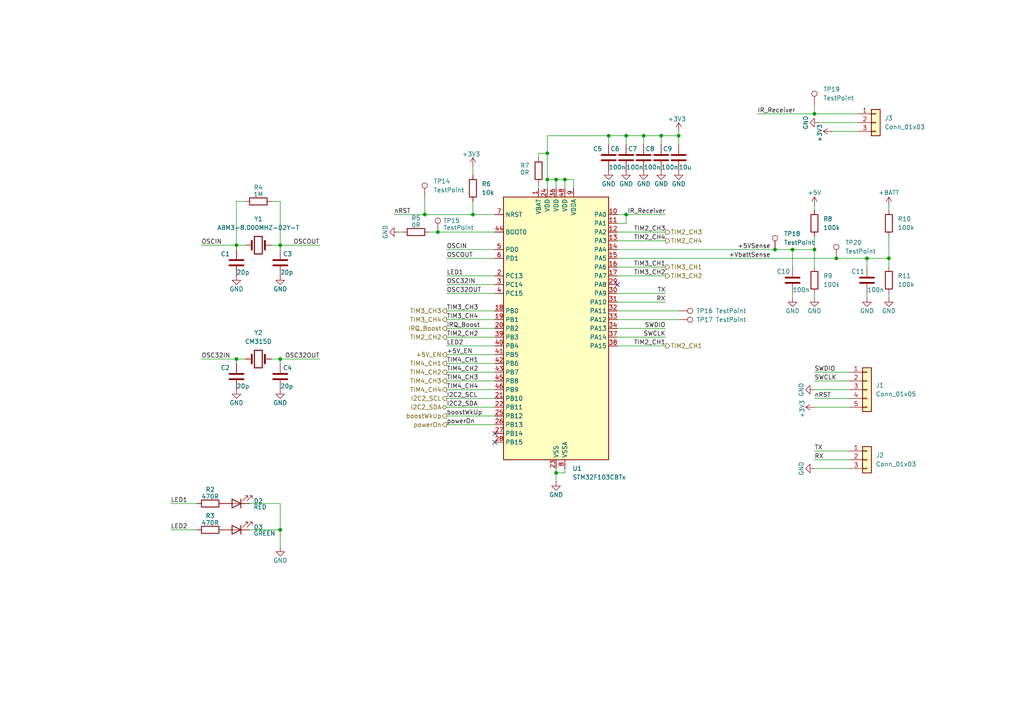
<source format=kicad_sch>
(kicad_sch (version 20231120) (generator "eeschema") (generator_version "8.0")
  (paper "A4")
  (lib_symbols
    (symbol "Connector:TestPoint" (pin_numbers hide) (pin_names (offset 0.762) hide)
      (property "Reference" "TP" (at 0 6.858 0))
      (property "Value" "TestPoint" (at 0 5.08 0))
      (symbol "TestPoint_0_1"
        (circle (center 0 3.302) (radius 0.762))
      )
      (symbol "TestPoint_1_1"
        (pin passive line (at 0 0 90) (length 2.54) (name "1") (number "1"))
      )
    )
    (symbol "Connector_Generic:Conn_01x03" (pin_names (offset 1.016) hide)
      (property "Reference" "J" (at 0 5.08 0))
      (property "Value" "Conn_01x03" (at 0 -5.08 0))
      (symbol "Conn_01x03_1_1"
        (rectangle (start -1.27 -2.413) (end 0 -2.667) (stroke (width 0.1524)))
        (rectangle (start -1.27 0.127) (end 0 -0.127) (stroke (width 0.1524)))
        (rectangle (start -1.27 2.667) (end 0 2.413) (stroke (width 0.1524)))
        (rectangle (start -1.27 3.81) (end 1.27 -3.81) (stroke (width 0.254)) (fill (type background)))
        (pin passive line (at -5.08 2.54 0) (length 3.81) (name "Pin_1") (number "1"))
        (pin passive line (at -5.08 0 0) (length 3.81) (name "Pin_2") (number "2"))
        (pin passive line (at -5.08 -2.54 0) (length 3.81) (name "Pin_3") (number "3"))
      )
    )
    (symbol "Connector_Generic:Conn_01x05" (pin_names (offset 1.016) hide)
      (property "Reference" "J" (at 0 7.62 0))
      (property "Value" "Conn_01x05" (at 0 -7.62 0))
      (symbol "Conn_01x05_1_1"
        (rectangle (start -1.27 -4.953) (end 0 -5.207) (stroke (width 0.1524)))
        (rectangle (start -1.27 -2.413) (end 0 -2.667) (stroke (width 0.1524)))
        (rectangle (start -1.27 0.127) (end 0 -0.127) (stroke (width 0.1524)))
        (rectangle (start -1.27 2.667) (end 0 2.413) (stroke (width 0.1524)))
        (rectangle (start -1.27 5.207) (end 0 4.953) (stroke (width 0.1524)))
        (rectangle (start -1.27 6.35) (end 1.27 -6.35) (stroke (width 0.254)) (fill (type background)))
        (pin passive line (at -5.08 5.08 0) (length 3.81) (name "Pin_1") (number "1"))
        (pin passive line (at -5.08 2.54 0) (length 3.81) (name "Pin_2") (number "2"))
        (pin passive line (at -5.08 0 0) (length 3.81) (name "Pin_3") (number "3"))
        (pin passive line (at -5.08 -2.54 0) (length 3.81) (name "Pin_4") (number "4"))
        (pin passive line (at -5.08 -5.08 0) (length 3.81) (name "Pin_5") (number "5"))
      )
    )
    (symbol "Device:C" (pin_numbers hide) (pin_names (offset 0.254))
      (property "Reference" "C" (at 0.635 2.54 0))
      (property "Value" "C" (at 0.635 -2.54 0))
      (symbol "C_0_1"
        (polyline (pts (xy -2.032 -0.762) (xy 2.032 -0.762)) (stroke (width 0.508)))
        (polyline (pts (xy -2.032 0.762) (xy 2.032 0.762)) (stroke (width 0.508)))
      )
      (symbol "C_1_1"
        (pin passive line (at 0 3.81 270) (length 2.794) (name "~") (number "1"))
        (pin passive line (at 0 -3.81 90) (length 2.794) (name "~") (number "2"))
      )
    )
    (symbol "Device:Crystal" (pin_numbers hide) (pin_names (offset 1.016) hide)
      (property "Reference" "Y" (at 0 3.81 0))
      (property "Value" "Crystal" (at 0 -3.81 0))
      (symbol "Crystal_0_1"
        (rectangle (start -1.143 2.54) (end 1.143 -2.54) (stroke (width 0.3048)))
        (polyline (pts (xy -2.54 0) (xy -1.905 0)))
        (polyline (pts (xy -1.905 -1.27) (xy -1.905 1.27)) (stroke (width 0.508)))
        (polyline (pts (xy 1.905 -1.27) (xy 1.905 1.27)) (stroke (width 0.508)))
        (polyline (pts (xy 2.54 0) (xy 1.905 0)))
      )
      (symbol "Crystal_1_1"
        (pin passive line (at -3.81 0 0) (length 1.27) (name "1") (number "1"))
        (pin passive line (at 3.81 0 180) (length 1.27) (name "2") (number "2"))
      )
    )
    (symbol "Device:LED" (pin_numbers hide) (pin_names (offset 1.016) hide)
      (property "Reference" "D" (at 0 2.54 0))
      (property "Value" "LED" (at 0 -2.54 0))
      (symbol "LED_0_1"
        (polyline (pts (xy -1.27 -1.27) (xy -1.27 1.27)) (stroke (width 0.254)))
        (polyline (pts (xy -1.27 0) (xy 1.27 0)))
        (polyline (pts (xy 1.27 -1.27) (xy 1.27 1.27) (xy -1.27 0) (xy 1.27 -1.27)) (stroke (width 0.254)))
        (polyline (pts (xy -3.048 -0.762) (xy -4.572 -2.286) (xy -3.81 -2.286) (xy -4.572 -2.286) (xy -4.572 -1.524)))
        (polyline (pts (xy -1.778 -0.762) (xy -3.302 -2.286) (xy -2.54 -2.286) (xy -3.302 -2.286) (xy -3.302 -1.524)))
      )
      (symbol "LED_1_1"
        (pin passive line (at -3.81 0 0) (length 2.54) (name "K") (number "1"))
        (pin passive line (at 3.81 0 180) (length 2.54) (name "A") (number "2"))
      )
    )
    (symbol "Device:R" (pin_numbers hide) (pin_names (offset 0))
      (property "Reference" "R" (at 2.032 0 90))
      (property "Value" "R" (at 0 0 90))
      (symbol "R_0_1"
        (rectangle (start -1.016 -2.54) (end 1.016 2.54) (stroke (width 0.254)))
      )
      (symbol "R_1_1"
        (pin passive line (at 0 3.81 270) (length 1.27) (name "~") (number "1"))
        (pin passive line (at 0 -3.81 90) (length 1.27) (name "~") (number "2"))
      )
    )
    (symbol "MCU_ST_STM32F1:STM32F103CBTx"
      (property "Reference" "U" (at -15.24 39.37 0))
      (property "Value" "STM32F103CBTx" (at 7.62 39.37 0))
      (symbol "STM32F103CBTx_0_1"
        (rectangle (start -15.24 -38.1) (end 15.24 38.1) (stroke (width 0.254)) (fill (type background)))
      )
      (symbol "STM32F103CBTx_1_1"
        (pin power_in line (at -5.08 40.64 270) (length 2.54) (name "VBAT") (number "1"))
        (pin bidirectional line (at 17.78 33.02 180) (length 2.54) (name "PA0") (number "10"))
        (pin bidirectional line (at 17.78 30.48 180) (length 2.54) (name "PA1") (number "11"))
        (pin bidirectional line (at 17.78 27.94 180) (length 2.54) (name "PA2") (number "12"))
        (pin bidirectional line (at 17.78 25.4 180) (length 2.54) (name "PA3") (number "13"))
        (pin bidirectional line (at 17.78 22.86 180) (length 2.54) (name "PA4") (number "14"))
        (pin bidirectional line (at 17.78 20.32 180) (length 2.54) (name "PA5") (number "15"))
        (pin bidirectional line (at 17.78 17.78 180) (length 2.54) (name "PA6") (number "16"))
        (pin bidirectional line (at 17.78 15.24 180) (length 2.54) (name "PA7") (number "17"))
        (pin bidirectional line (at -17.78 5.08 0) (length 2.54) (name "PB0") (number "18"))
        (pin bidirectional line (at -17.78 2.54 0) (length 2.54) (name "PB1") (number "19"))
        (pin bidirectional line (at -17.78 15.24 0) (length 2.54) (name "PC13") (number "2"))
        (pin bidirectional line (at -17.78 0 0) (length 2.54) (name "PB2") (number "20"))
        (pin bidirectional line (at -17.78 -20.32 0) (length 2.54) (name "PB10") (number "21"))
        (pin bidirectional line (at -17.78 -22.86 0) (length 2.54) (name "PB11") (number "22"))
        (pin power_in line (at 0 -40.64 90) (length 2.54) (name "VSS") (number "23"))
        (pin power_in line (at -2.54 40.64 270) (length 2.54) (name "VDD") (number "24"))
        (pin bidirectional line (at -17.78 -25.4 0) (length 2.54) (name "PB12") (number "25"))
        (pin bidirectional line (at -17.78 -27.94 0) (length 2.54) (name "PB13") (number "26"))
        (pin bidirectional line (at -17.78 -30.48 0) (length 2.54) (name "PB14") (number "27"))
        (pin bidirectional line (at -17.78 -33.02 0) (length 2.54) (name "PB15") (number "28"))
        (pin bidirectional line (at 17.78 12.7 180) (length 2.54) (name "PA8") (number "29"))
        (pin bidirectional line (at -17.78 12.7 0) (length 2.54) (name "PC14") (number "3"))
        (pin bidirectional line (at 17.78 10.16 180) (length 2.54) (name "PA9") (number "30"))
        (pin bidirectional line (at 17.78 7.62 180) (length 2.54) (name "PA10") (number "31"))
        (pin bidirectional line (at 17.78 5.08 180) (length 2.54) (name "PA11") (number "32"))
        (pin bidirectional line (at 17.78 2.54 180) (length 2.54) (name "PA12") (number "33"))
        (pin bidirectional line (at 17.78 0 180) (length 2.54) (name "PA13") (number "34"))
        (pin passive line (at 0 -40.64 90) (length 2.54) hide (name "VSS") (number "35"))
        (pin power_in line (at 0 40.64 270) (length 2.54) (name "VDD") (number "36"))
        (pin bidirectional line (at 17.78 -2.54 180) (length 2.54) (name "PA14") (number "37"))
        (pin bidirectional line (at 17.78 -5.08 180) (length 2.54) (name "PA15") (number "38"))
        (pin bidirectional line (at -17.78 -2.54 0) (length 2.54) (name "PB3") (number "39"))
        (pin bidirectional line (at -17.78 10.16 0) (length 2.54) (name "PC15") (number "4"))
        (pin bidirectional line (at -17.78 -5.08 0) (length 2.54) (name "PB4") (number "40"))
        (pin bidirectional line (at -17.78 -7.62 0) (length 2.54) (name "PB5") (number "41"))
        (pin bidirectional line (at -17.78 -10.16 0) (length 2.54) (name "PB6") (number "42"))
        (pin bidirectional line (at -17.78 -12.7 0) (length 2.54) (name "PB7") (number "43"))
        (pin input line (at -17.78 27.94 0) (length 2.54) (name "BOOT0") (number "44"))
        (pin bidirectional line (at -17.78 -15.24 0) (length 2.54) (name "PB8") (number "45"))
        (pin bidirectional line (at -17.78 -17.78 0) (length 2.54) (name "PB9") (number "46"))
        (pin passive line (at 0 -40.64 90) (length 2.54) hide (name "VSS") (number "47"))
        (pin power_in line (at 2.54 40.64 270) (length 2.54) (name "VDD") (number "48"))
        (pin bidirectional line (at -17.78 22.86 0) (length 2.54) (name "PD0") (number "5"))
        (pin bidirectional line (at -17.78 20.32 0) (length 2.54) (name "PD1") (number "6"))
        (pin input line (at -17.78 33.02 0) (length 2.54) (name "NRST") (number "7"))
        (pin power_in line (at 2.54 -40.64 90) (length 2.54) (name "VSSA") (number "8"))
        (pin power_in line (at 5.08 40.64 270) (length 2.54) (name "VDDA") (number "9"))
      )
    )
    (symbol "power:+1V0" (power) (pin_numbers hide) (pin_names (offset 0) hide)
      (property "Value" "+1V0" (at 0 3.556 0))
      (symbol "+1V0_0_1"
        (polyline (pts (xy -0.762 1.27) (xy 0 2.54)))
        (polyline (pts (xy 0 0) (xy 0 2.54)))
        (polyline (pts (xy 0 2.54) (xy 0.762 1.27)))
      )
      (symbol "+1V0_1_1"
        (pin power_in line (at 0 0 90) (length 0) (name "~") (number "1"))
      )
    )
    (symbol "power:+3V3" (power) (pin_numbers hide) (pin_names (offset 0) hide)
      (property "Value" "+3V3" (at 0 3.556 0))
      (symbol "+3V3_0_1"
        (polyline (pts (xy -0.762 1.27) (xy 0 2.54)))
        (polyline (pts (xy 0 0) (xy 0 2.54)))
        (polyline (pts (xy 0 2.54) (xy 0.762 1.27)))
      )
      (symbol "+3V3_1_1"
        (pin power_in line (at 0 0 90) (length 0) (name "~") (number "1"))
      )
    )
    (symbol "power:GND" (power) (pin_numbers hide) (pin_names (offset 0) hide)
      (property "Value" "GND" (at 0 -3.81 0))
      (symbol "GND_0_1"
        (polyline (pts (xy 0 0) (xy 0 -1.27) (xy 1.27 -1.27) (xy 0 -2.54) (xy -1.27 -1.27) (xy 0 -1.27)))
      )
      (symbol "GND_1_1"
        (pin power_in line (at 0 0 270) (length 0) (name "~") (number "1"))
      )
    )
  )
  (junction (at 181.61 62.23))
  (junction (at 236.22 33.02))
  (junction (at 158.75 44.45))
  (junction (at 68.58 104.14))
  (junction (at 68.58 71.12))
  (junction (at 81.28 104.14))
  (junction (at 196.85 39.37))
  (junction (at 181.61 39.37))
  (junction (at 163.83 52.07))
  (junction (at 158.75 52.07))
  (junction (at 176.53 39.37))
  (junction (at 137.16 62.23))
  (junction (at 251.46 74.93))
  (junction (at 242.57 74.93))
  (junction (at 186.69 39.37))
  (junction (at 229.87 72.39))
  (junction (at 224.79 72.39))
  (junction (at 81.28 153.67))
  (junction (at 257.81 74.93))
  (junction (at 236.22 72.39))
  (junction (at 161.29 137.16))
  (junction (at 127 67.31))
  (junction (at 161.29 52.07))
  (junction (at 81.28 71.12))
  (junction (at 123.19 62.23))
  (junction (at 191.77 39.37))
  (no_connect (at 143.51 128.27))
  (no_connect (at 143.51 125.73))
  (no_connect (at 179.07 82.55))
  (wire (pts (xy 196.85 39.37) (xy 196.85 38.1)))
  (wire (pts (xy 129.54 120.65) (xy 143.51 120.65)))
  (wire (pts (xy 68.58 58.42) (xy 68.58 71.12)))
  (wire (pts (xy 81.28 58.42) (xy 81.28 71.12)))
  (wire (pts (xy 143.51 105.41) (xy 129.54 105.41)))
  (wire (pts (xy 72.39 146.05) (xy 81.28 146.05)))
  (wire (pts (xy 179.07 85.09) (xy 193.04 85.09)))
  (wire (pts (xy 186.69 39.37) (xy 186.69 41.91)))
  (wire (pts (xy 81.28 146.05) (xy 81.28 153.67)))
  (wire (pts (xy 236.22 33.02) (xy 248.92 33.02)))
  (wire (pts (xy 251.46 74.93) (xy 257.81 74.93)))
  (wire (pts (xy 186.69 39.37) (xy 191.77 39.37)))
  (wire (pts (xy 143.51 113.03) (xy 129.54 113.03)))
  (wire (pts (xy 179.07 97.79) (xy 193.04 97.79)))
  (wire (pts (xy 163.83 135.89) (xy 163.83 137.16)))
  (wire (pts (xy 229.87 85.09) (xy 229.87 86.36)))
  (wire (pts (xy 161.29 137.16) (xy 161.29 135.89)))
  (wire (pts (xy 179.07 77.47) (xy 193.04 77.47)))
  (wire (pts (xy 161.29 52.07) (xy 158.75 52.07)))
  (wire (pts (xy 143.51 118.11) (xy 129.54 118.11)))
  (wire (pts (xy 181.61 39.37) (xy 186.69 39.37)))
  (wire (pts (xy 181.61 62.23) (xy 193.04 62.23)))
  (wire (pts (xy 179.07 87.63) (xy 193.04 87.63)))
  (wire (pts (xy 129.54 74.93) (xy 143.51 74.93)))
  (wire (pts (xy 143.51 110.49) (xy 129.54 110.49)))
  (wire (pts (xy 251.46 74.93) (xy 251.46 77.47)))
  (wire (pts (xy 161.29 137.16) (xy 161.29 139.7)))
  (wire (pts (xy 196.85 39.37) (xy 196.85 41.91)))
  (wire (pts (xy 81.28 71.12) (xy 92.71 71.12)))
  (wire (pts (xy 49.53 153.67) (xy 57.15 153.67)))
  (wire (pts (xy 129.54 82.55) (xy 143.51 82.55)))
  (wire (pts (xy 229.87 72.39) (xy 229.87 77.47)))
  (wire (pts (xy 114.3 62.23) (xy 123.19 62.23)))
  (wire (pts (xy 81.28 104.14) (xy 81.28 105.41)))
  (wire (pts (xy 163.83 52.07) (xy 161.29 52.07)))
  (wire (pts (xy 224.79 72.39) (xy 229.87 72.39)))
  (wire (pts (xy 251.46 85.09) (xy 251.46 86.36)))
  (wire (pts (xy 137.16 62.23) (xy 143.51 62.23)))
  (wire (pts (xy 236.22 85.09) (xy 236.22 86.36)))
  (wire (pts (xy 129.54 72.39) (xy 143.51 72.39)))
  (wire (pts (xy 236.22 30.48) (xy 236.22 33.02)))
  (wire (pts (xy 181.61 39.37) (xy 181.61 41.91)))
  (wire (pts (xy 236.22 135.89) (xy 246.38 135.89)))
  (wire (pts (xy 68.58 104.14) (xy 68.58 105.41)))
  (wire (pts (xy 257.81 59.69) (xy 257.81 60.96)))
  (wire (pts (xy 137.16 48.26) (xy 137.16 50.8)))
  (wire (pts (xy 68.58 71.12) (xy 68.58 72.39)))
  (wire (pts (xy 179.07 95.25) (xy 193.04 95.25)))
  (wire (pts (xy 143.51 92.71) (xy 129.54 92.71)))
  (wire (pts (xy 191.77 39.37) (xy 191.77 41.91)))
  (wire (pts (xy 81.28 71.12) (xy 81.28 72.39)))
  (wire (pts (xy 68.58 104.14) (xy 71.12 104.14)))
  (wire (pts (xy 158.75 44.45) (xy 158.75 39.37)))
  (wire (pts (xy 179.07 74.93) (xy 242.57 74.93)))
  (wire (pts (xy 158.75 39.37) (xy 176.53 39.37)))
  (wire (pts (xy 179.07 67.31) (xy 193.04 67.31)))
  (wire (pts (xy 68.58 71.12) (xy 71.12 71.12)))
  (wire (pts (xy 176.53 39.37) (xy 181.61 39.37)))
  (wire (pts (xy 191.77 39.37) (xy 196.85 39.37)))
  (wire (pts (xy 127 67.31) (xy 143.51 67.31)))
  (wire (pts (xy 58.42 104.14) (xy 68.58 104.14)))
  (wire (pts (xy 123.19 62.23) (xy 137.16 62.23)))
  (wire (pts (xy 257.81 85.09) (xy 257.81 86.36)))
  (wire (pts (xy 179.07 72.39) (xy 224.79 72.39)))
  (wire (pts (xy 229.87 72.39) (xy 236.22 72.39)))
  (wire (pts (xy 236.22 72.39) (xy 236.22 77.47)))
  (wire (pts (xy 78.74 58.42) (xy 81.28 58.42)))
  (wire (pts (xy 246.38 107.95) (xy 236.22 107.95)))
  (wire (pts (xy 129.54 102.87) (xy 143.51 102.87)))
  (wire (pts (xy 236.22 68.58) (xy 236.22 72.39)))
  (wire (pts (xy 163.83 137.16) (xy 161.29 137.16)))
  (wire (pts (xy 236.22 59.69) (xy 236.22 60.96)))
  (wire (pts (xy 129.54 100.33) (xy 143.51 100.33)))
  (wire (pts (xy 143.51 107.95) (xy 129.54 107.95)))
  (wire (pts (xy 166.37 52.07) (xy 163.83 52.07)))
  (wire (pts (xy 49.53 146.05) (xy 57.15 146.05)))
  (wire (pts (xy 179.07 80.01) (xy 193.04 80.01)))
  (wire (pts (xy 179.07 100.33) (xy 193.04 100.33)))
  (wire (pts (xy 137.16 58.42) (xy 137.16 62.23)))
  (wire (pts (xy 129.54 123.19) (xy 143.51 123.19)))
  (wire (pts (xy 166.37 54.61) (xy 166.37 52.07)))
  (wire (pts (xy 143.51 90.17) (xy 129.54 90.17)))
  (wire (pts (xy 156.21 44.45) (xy 158.75 44.45)))
  (wire (pts (xy 163.83 54.61) (xy 163.83 52.07)))
  (wire (pts (xy 246.38 133.35) (xy 236.22 133.35)))
  (wire (pts (xy 179.07 69.85) (xy 193.04 69.85)))
  (wire (pts (xy 123.19 57.15) (xy 123.19 62.23)))
  (wire (pts (xy 158.75 52.07) (xy 158.75 44.45)))
  (wire (pts (xy 129.54 80.01) (xy 143.51 80.01)))
  (wire (pts (xy 246.38 130.81) (xy 236.22 130.81)))
  (wire (pts (xy 236.22 113.03) (xy 246.38 113.03)))
  (wire (pts (xy 143.51 115.57) (xy 129.54 115.57)))
  (wire (pts (xy 124.46 67.31) (xy 127 67.31)))
  (wire (pts (xy 81.28 71.12) (xy 78.74 71.12)))
  (wire (pts (xy 179.07 92.71) (xy 196.85 92.71)))
  (wire (pts (xy 179.07 90.17) (xy 196.85 90.17)))
  (wire (pts (xy 115.57 67.31) (xy 116.84 67.31)))
  (wire (pts (xy 179.07 62.23) (xy 181.61 62.23)))
  (wire (pts (xy 143.51 97.79) (xy 129.54 97.79)))
  (wire (pts (xy 156.21 53.34) (xy 156.21 54.61)))
  (wire (pts (xy 156.21 45.72) (xy 156.21 44.45)))
  (wire (pts (xy 181.61 64.77) (xy 181.61 62.23)))
  (wire (pts (xy 236.22 115.57) (xy 246.38 115.57)))
  (wire (pts (xy 158.75 54.61) (xy 158.75 52.07)))
  (wire (pts (xy 257.81 74.93) (xy 257.81 77.47)))
  (wire (pts (xy 143.51 95.25) (xy 129.54 95.25)))
  (wire (pts (xy 257.81 68.58) (xy 257.81 74.93)))
  (wire (pts (xy 246.38 110.49) (xy 236.22 110.49)))
  (wire (pts (xy 161.29 54.61) (xy 161.29 52.07)))
  (wire (pts (xy 237.49 35.56) (xy 248.92 35.56)))
  (wire (pts (xy 236.22 118.11) (xy 246.38 118.11)))
  (wire (pts (xy 81.28 104.14) (xy 92.71 104.14)))
  (wire (pts (xy 219.71 33.02) (xy 236.22 33.02)))
  (wire (pts (xy 179.07 64.77) (xy 181.61 64.77)))
  (wire (pts (xy 72.39 153.67) (xy 81.28 153.67)))
  (wire (pts (xy 58.42 71.12) (xy 68.58 71.12)))
  (wire (pts (xy 242.57 74.93) (xy 251.46 74.93)))
  (wire (pts (xy 71.12 58.42) (xy 68.58 58.42)))
  (wire (pts (xy 81.28 104.14) (xy 78.74 104.14)))
  (wire (pts (xy 129.54 85.09) (xy 143.51 85.09)))
  (wire (pts (xy 241.3 38.1) (xy 248.92 38.1)))
  (wire (pts (xy 81.28 153.67) (xy 81.28 158.75)))
  (wire (pts (xy 176.53 39.37) (xy 176.53 41.91)))
  (label "SWCLK" (at 193.04 97.79 180))
  (label "OSC32OUT" (at 92.71 104.14 180))
  (label "I2C2_SDA" (at 129.54 118.11 0))
  (label "TIM3_CH1" (at 193.04 77.47 180))
  (label "TIM3_CH2" (at 193.04 80.01 180))
  (label "SWCLK" (at 236.22 110.49 0))
  (label "+5VSense" (at 223.52 72.39 180))
  (label "TIM4_CH3" (at 129.54 110.49 0))
  (label "+VbattSense" (at 223.52 74.93 180))
  (label "IR_Receiver" (at 219.71 33.02 0))
  (label "OSC32IN" (at 129.54 82.55 0))
  (label "OSCIN" (at 58.42 71.12 0))
  (label "LED2" (at 49.53 153.67 0))
  (label "IR_Receiver" (at 193.04 62.23 180))
  (label "TX" (at 236.22 130.81 0))
  (label "I2C2_SCL" (at 129.54 115.57 0))
  (label "TIM2_CH2" (at 129.54 97.79 0))
  (label "LED2" (at 129.54 100.33 0))
  (label "IRQ_Boost" (at 129.54 95.25 0))
  (label "TIM3_CH4" (at 129.54 92.71 0))
  (label "RX" (at 236.22 133.35 0))
  (label "TIM2_CH1" (at 193.04 100.33 180))
  (label "OSC32IN" (at 58.42 104.14 0))
  (label "OSCOUT" (at 129.54 74.93 0))
  (label "nRST" (at 114.3 62.23 0))
  (label "OSCIN" (at 129.54 72.39 0))
  (label "TIM4_CH2" (at 129.54 107.95 0))
  (label "TIM4_CH1" (at 129.54 105.41 0))
  (label "nRST" (at 236.22 115.57 0))
  (label "+5V_EN" (at 129.54 102.87 0))
  (label "OSC32OUT" (at 129.54 85.09 0))
  (label "SWDIO" (at 236.22 107.95 0))
  (label "powerOn" (at 129.54 123.19 0))
  (label "TIM4_CH4" (at 129.54 113.03 0))
  (label "TIM2_CH3" (at 193.04 67.31 180))
  (label "OSCOUT" (at 92.71 71.12 180))
  (label "RX" (at 193.04 87.63 180))
  (label "TX" (at 193.04 85.09 180))
  (label "boostWkUp" (at 129.54 120.65 0))
  (label "LED1" (at 129.54 80.01 0))
  (label "TIM2_CH4" (at 193.04 69.85 180))
  (label "TIM3_CH3" (at 129.54 90.17 0))
  (label "SWDIO" (at 193.04 95.25 180))
  (label "LED1" (at 49.53 146.05 0))
  (hierarchical_label "TIM4_CH1" (shape output) (at 129.54 105.41 180))
  (hierarchical_label "IRQ_Boost" (shape output) (at 129.54 95.25 180))
  (hierarchical_label "TIM3_CH4" (shape output) (at 129.54 92.71 180))
  (hierarchical_label "TIM2_CH4" (shape output) (at 193.04 69.85 0))
  (hierarchical_label "TIM2_CH3" (shape output) (at 193.04 67.31 0))
  (hierarchical_label "boostWkUp" (shape output) (at 129.54 120.65 180))
  (hierarchical_label "TIM2_CH1" (shape output) (at 193.04 100.33 0))
  (hierarchical_label "TIM4_CH3" (shape output) (at 129.54 110.49 180))
  (hierarchical_label "TIM3_CH3" (shape output) (at 129.54 90.17 180))
  (hierarchical_label "I2C2_SDA" (shape bidirectional) (at 129.54 118.11 180))
  (hierarchical_label "I2C2_SCL" (shape output) (at 129.54 115.57 180))
  (hierarchical_label "powerOn" (shape output) (at 129.54 123.19 180))
  (hierarchical_label "TIM2_CH2" (shape output) (at 129.54 97.79 180))
  (hierarchical_label "TIM3_CH1" (shape output) (at 193.04 77.47 0))
  (hierarchical_label "+5V_EN" (shape output) (at 129.54 102.87 180))
  (hierarchical_label "TIM4_CH4" (shape output) (at 129.54 113.03 180))
  (hierarchical_label "TIM4_CH2" (shape output) (at 129.54 107.95 180))
  (hierarchical_label "TIM3_CH2" (shape output) (at 193.04 80.01 0))
  (symbol (lib_id "power:GND") (at 236.22 113.03 270) (unit 1)
    (property "Reference" "#PWR018" (effects (hide yes)))
    (property "Value" "GND" (at 232.41 113.03 0))
    (property "Description" "Power symbol creates a global label with name \"GND\" , ground" (effects (hide yes)))
  )
  (symbol (lib_id "Device:C") (at 191.77 45.72 0) (unit 1)
    (property "Reference" "C8" (at 187.198 43.18 0) (effects (justify left)))
    (property "Value" "100n" (at 191.77 48.514 0) (effects (justify left)))
    (property "Footprint" "Capacitor_SMD:C_0603_1608Metric" (effects (hide yes)))
    (property "Description" "Unpolarized capacitor" (effects (hide yes)))
    (property "Part Number" "CC0603KRX7R9BB104" (effects (hide yes)))
  )
  (symbol (lib_id "Device:C") (at 181.61 45.72 0) (unit 1)
    (property "Reference" "C6" (at 177.038 43.18 0) (effects (justify left)))
    (property "Value" "100n" (at 181.61 48.514 0) (effects (justify left)))
    (property "Footprint" "Capacitor_SMD:C_0603_1608Metric" (effects (hide yes)))
    (property "Description" "Unpolarized capacitor" (effects (hide yes)))
    (property "Part Number" "CC0603KRX7R9BB104" (effects (hide yes)))
  )
  (symbol (lib_id "power:GND") (at 176.53 49.53 0) (unit 1)
    (property "Reference" "#PWR09" (effects (hide yes)))
    (property "Value" "GND" (at 176.53 53.34 0))
    (property "Description" "Power symbol creates a global label with name \"GND\" , ground" (effects (hide yes)))
  )
  (symbol (lib_id "Device:R") (at 257.81 81.28 180) (unit 1)
    (property "Reference" "R11" (at 260.35 80.0099 0) (effects (justify right)))
    (property "Value" "100k" (at 260.35 82.5499 0) (effects (justify right)))
    (property "Footprint" "Resistor_SMD:R_0603_1608Metric" (effects (hide yes)))
    (property "Description" "Resistor" (effects (hide yes)))
    (property "Part Number" "RC0603FR-07100KL " (effects (hide yes)))
  )
  (symbol (lib_id "Device:R") (at 120.65 67.31 90) (unit 1)
    (property "Reference" "R5" (at 120.65 63.246 90))
    (property "Value" "0R" (at 120.65 65.278 90))
    (property "Footprint" "Resistor_SMD:R_0603_1608Metric" (effects (hide yes)))
    (property "Description" "Resistor" (effects (hide yes)))
    (property "Part Number" "RC0603FR-070RL " (effects (hide yes)))
  )
  (symbol (lib_id "power:GND") (at 68.58 80.01 0) (unit 1)
    (property "Reference" "#PWR01" (effects (hide yes)))
    (property "Value" "GND" (at 68.58 83.82 0))
    (property "Description" "Power symbol creates a global label with name \"GND\" , ground" (effects (hide yes)))
  )
  (symbol (lib_id "power:GND") (at 196.85 49.53 0) (unit 1)
    (property "Reference" "#PWR014" (effects (hide yes)))
    (property "Value" "GND" (at 196.85 53.34 0))
    (property "Description" "Power symbol creates a global label with name \"GND\" , ground" (effects (hide yes)))
  )
  (symbol (lib_id "Device:R") (at 60.96 146.05 90) (unit 1)
    (property "Reference" "R2" (at 60.96 141.986 90))
    (property "Value" "470R" (at 60.96 144.018 90))
    (property "Footprint" "Resistor_SMD:R_0603_1608Metric" (effects (hide yes)))
    (property "Description" "Resistor" (effects (hide yes)))
    (property "Part Number" "RC0603FR-07470RL " (effects (hide yes)))
  )
  (symbol (lib_id "power:+3V3") (at 241.3 38.1 90) (unit 1)
    (property "Reference" "#PWR022" (effects (hide yes)))
    (property "Value" "+3V3" (at 237.744 38.608 0))
    (property "Description" "Power symbol creates a global label with name \"+3V3\"" (effects (hide yes)))
  )
  (symbol (lib_id "power:+3V3") (at 196.85 38.1 0) (unit 1)
    (property "Reference" "#PWR013" (effects (hide yes)))
    (property "Value" "+3V3" (at 196.342 34.544 0))
    (property "Description" "Power symbol creates a global label with name \"+3V3\"" (effects (hide yes)))
  )
  (symbol (lib_id "Device:Crystal") (at 74.93 71.12 0) (unit 1)
    (property "Reference" "Y1" (at 74.93 63.5 0))
    (property "Value" "ABM3-8.000MHZ-D2Y-T" (at 74.93 66.04 0))
    (property "Footprint" "Crystal:Crystal_SMD_Abracon_ABM3-2Pin_5.0x3.2mm" (effects (hide yes)))
    (property "Datasheet" "https://www.lcsc.com/datasheet/lcsc_datasheet_2304140030_Abracon-LLC-ABM3-8-000MHZ-D2Y-T_C144380.pdf" (effects (hide yes)))
    (property "Description" "8MHz Surface Mount Crystal 18pF ±20ppm ±30ppm SMD5032 Crystals ROHS" (effects (hide yes)))
    (property "Part Number" "ABM3-8.000MHZ-D2Y-T" (effects (hide yes)))
  )
  (symbol (lib_id "Connector:TestPoint") (at 196.85 90.17 270) (unit 1)
    (property "Reference" "TP16" (at 201.93 90.17 90) (effects (justify left)))
    (property "Value" "TestPoint" (at 207.518 90.17 90) (effects (justify left)))
    (property "Footprint" "TestPoint:TestPoint_Pad_D1.5mm" (effects (hide yes)))
    (property "Description" "test point" (effects (hide yes)))
  )
  (symbol (lib_id "power:GND") (at 237.49 35.56 270) (unit 1)
    (property "Reference" "#PWR021" (effects (hide yes)))
    (property "Value" "GND" (at 233.68 35.56 0))
    (property "Description" "Power symbol creates a global label with name \"GND\" , ground" (effects (hide yes)))
  )
  (symbol (lib_id "power:GND") (at 236.22 86.36 0) (unit 1)
    (property "Reference" "#PWR017" (effects (hide yes)))
    (property "Value" "GND" (at 236.22 90.17 0))
    (property "Description" "Power symbol creates a global label with name \"GND\" , ground" (effects (hide yes)))
  )
  (symbol (lib_id "Connector:TestPoint") (at 127 67.31 0) (unit 1)
    (property "Reference" "TP15" (at 128.524 64.008 0) (effects (justify left)))
    (property "Value" "TestPoint" (at 128.524 66.04 0) (effects (justify left)))
    (property "Footprint" "TestPoint:TestPoint_Pad_D1.5mm" (effects (hide yes)))
    (property "Description" "test point" (effects (hide yes)))
  )
  (symbol (lib_id "power:+3V3") (at 236.22 118.11 90) (unit 1)
    (property "Reference" "#PWR019" (effects (hide yes)))
    (property "Value" "+3V3" (at 232.664 118.618 0))
    (property "Description" "Power symbol creates a global label with name \"+3V3\"" (effects (hide yes)))
  )
  (symbol (lib_id "power:GND") (at 181.61 49.53 0) (unit 1)
    (property "Reference" "#PWR010" (effects (hide yes)))
    (property "Value" "GND" (at 181.61 53.34 0))
    (property "Description" "Power symbol creates a global label with name \"GND\" , ground" (effects (hide yes)))
  )
  (symbol (lib_id "Connector:TestPoint") (at 242.57 74.93 0) (unit 1)
    (property "Reference" "TP20" (at 245.11 70.3579 0) (effects (justify left)))
    (property "Value" "TestPoint" (at 245.11 72.8979 0) (effects (justify left)))
    (property "Footprint" "TestPoint:TestPoint_Pad_D1.5mm" (effects (hide yes)))
    (property "Description" "test point" (effects (hide yes)))
  )
  (symbol (lib_id "power:GND") (at 186.69 49.53 0) (unit 1)
    (property "Reference" "#PWR011" (effects (hide yes)))
    (property "Value" "GND" (at 186.69 53.34 0))
    (property "Description" "Power symbol creates a global label with name \"GND\" , ground" (effects (hide yes)))
  )
  (symbol (lib_id "Device:C") (at 81.28 109.22 0) (unit 1)
    (property "Reference" "C4" (at 82.042 106.68 0) (effects (justify left)))
    (property "Value" "20p" (at 81.28 112.014 0) (effects (justify left)))
    (property "Footprint" "Capacitor_SMD:C_0603_1608Metric" (effects (hide yes)))
    (property "Description" "Unpolarized capacitor" (effects (hide yes)))
    (property "Part Number" "GCM1885C1H200JA16D" (effects (hide yes)))
  )
  (symbol (lib_id "Device:C") (at 229.87 81.28 0) (unit 1)
    (property "Reference" "C10" (at 225.298 78.74 0) (effects (justify left)))
    (property "Value" "100n" (at 229.87 84.074 0) (effects (justify left)))
    (property "Footprint" "Capacitor_SMD:C_0603_1608Metric" (effects (hide yes)))
    (property "Description" "Unpolarized capacitor" (effects (hide yes)))
    (property "Part Number" "CC0603KRX7R9BB104" (effects (hide yes)))
  )
  (symbol (lib_id "Device:R") (at 137.16 54.61 180) (unit 1)
    (property "Reference" "R6" (at 139.7 53.3399 0) (effects (justify right)))
    (property "Value" "10k" (at 139.7 55.8799 0) (effects (justify right)))
    (property "Footprint" "Resistor_SMD:R_0603_1608Metric" (effects (hide yes)))
    (property "Description" "Resistor" (effects (hide yes)))
    (property "Part Number" "RC0603FR-0710KL " (effects (hide yes)))
  )
  (symbol (lib_id "power:GND") (at 81.28 80.01 0) (unit 1)
    (property "Reference" "#PWR03" (effects (hide yes)))
    (property "Value" "GND" (at 81.28 83.82 0))
    (property "Description" "Power symbol creates a global label with name \"GND\" , ground" (effects (hide yes)))
  )
  (symbol (lib_id "Device:C") (at 81.28 76.2 0) (unit 1)
    (property "Reference" "C3" (at 82.042 73.66 0) (effects (justify left)))
    (property "Value" "20p" (at 81.28 78.994 0) (effects (justify left)))
    (property "Footprint" "Capacitor_SMD:C_0603_1608Metric" (effects (hide yes)))
    (property "Description" "Unpolarized capacitor" (effects (hide yes)))
    (property "Part Number" "GCM1885C1H200JA16D" (effects (hide yes)))
  )
  (symbol (lib_id "Device:R") (at 236.22 81.28 180) (unit 1)
    (property "Reference" "R9" (at 238.76 80.0099 0) (effects (justify right)))
    (property "Value" "100k" (at 238.76 82.5499 0) (effects (justify right)))
    (property "Footprint" "Resistor_SMD:R_0603_1608Metric" (effects (hide yes)))
    (property "Description" "Resistor" (effects (hide yes)))
    (property "Part Number" "RC0603FR-07100KL " (effects (hide yes)))
  )
  (symbol (lib_id "power:+3V3") (at 137.16 48.26 0) (unit 1)
    (property "Reference" "#PWR07" (effects (hide yes)))
    (property "Value" "+3V3" (at 136.652 44.704 0))
    (property "Description" "Power symbol creates a global label with name \"+3V3\"" (effects (hide yes)))
  )
  (symbol (lib_id "Device:C") (at 176.53 45.72 0) (unit 1)
    (property "Reference" "C5" (at 171.958 43.18 0) (effects (justify left)))
    (property "Value" "100n" (at 176.53 48.514 0) (effects (justify left)))
    (property "Footprint" "Capacitor_SMD:C_0603_1608Metric" (effects (hide yes)))
    (property "Description" "Unpolarized capacitor" (effects (hide yes)))
    (property "Part Number" "CC0603KRX7R9BB104" (effects (hide yes)))
  )
  (symbol (lib_id "Device:R") (at 156.21 49.53 0) (unit 1)
    (property "Reference" "R7" (at 150.876 48.006 0) (effects (justify left)))
    (property "Value" "0R" (at 150.876 50.038 0) (effects (justify left)))
    (property "Footprint" "Resistor_SMD:R_0603_1608Metric" (effects (hide yes)))
    (property "Description" "Resistor" (effects (hide yes)))
    (property "Part Number" "RC0603FR-070RL " (effects (hide yes)))
  )
  (symbol (lib_id "power:GND") (at 161.29 139.7 0) (unit 1)
    (property "Reference" "#PWR08" (effects (hide yes)))
    (property "Value" "GND" (at 161.29 143.51 0))
    (property "Description" "Power symbol creates a global label with name \"GND\" , ground" (effects (hide yes)))
  )
  (symbol (lib_id "Device:R") (at 74.93 58.42 90) (unit 1)
    (property "Reference" "R4" (at 74.93 54.356 90))
    (property "Value" "1M" (at 74.93 56.388 90))
    (property "Footprint" "Resistor_SMD:R_0603_1608Metric" (effects (hide yes)))
    (property "Description" "Resistor" (effects (hide yes)))
    (property "Part Number" "RC0603FR-071ML " (effects (hide yes)))
  )
  (symbol (lib_id "Device:C") (at 68.58 109.22 0) (unit 1)
    (property "Reference" "C2" (at 64.008 106.68 0) (effects (justify left)))
    (property "Value" "20p" (at 68.58 112.014 0) (effects (justify left)))
    (property "Footprint" "Capacitor_SMD:C_0603_1608Metric" (effects (hide yes)))
    (property "Description" "Unpolarized capacitor" (effects (hide yes)))
    (property "Part Number" "GCM1885C1H200JA16D" (effects (hide yes)))
  )
  (symbol (lib_id "Device:C") (at 186.69 45.72 0) (unit 1)
    (property "Reference" "C7" (at 182.118 43.18 0) (effects (justify left)))
    (property "Value" "100n" (at 186.69 48.514 0) (effects (justify left)))
    (property "Footprint" "Capacitor_SMD:C_0603_1608Metric" (effects (hide yes)))
    (property "Description" "Unpolarized capacitor" (effects (hide yes)))
    (property "Part Number" "CC0603KRX7R9BB104" (effects (hide yes)))
  )
  (symbol (lib_id "MCU_ST_STM32F1:STM32F103CBTx") (at 161.29 95.25 0) (unit 1)
    (property "Reference" "U1" (at 166.0241 135.89 0) (effects (justify left)))
    (property "Value" "STM32F103CBTx" (at 166.0241 138.43 0) (effects (justify left)))
    (property "Footprint" "Package_QFP:LQFP-48_7x7mm_P0.5mm" (effects (hide yes)))
    (property "Datasheet" "https://www.st.com/resource/en/datasheet/stm32f103cb.pdf" (effects (hide yes)))
    (property "Description" "STMicroelectronics Arm Cortex-M3 MCU, 128KB flash, 20KB RAM, 72 MHz, 2.0-3.6V, 37 GPIO, LQFP48" (effects (hide yes)))
  )
  (symbol (lib_id "power:GND") (at 257.81 86.36 0) (unit 1)
    (property "Reference" "#PWR025" (effects (hide yes)))
    (property "Value" "GND" (at 257.81 90.17 0))
    (property "Description" "Power symbol creates a global label with name \"GND\" , ground" (effects (hide yes)))
  )
  (symbol (lib_id "Device:R") (at 257.81 64.77 180) (unit 1)
    (property "Reference" "R10" (at 260.35 63.4999 0) (effects (justify right)))
    (property "Value" "100k" (at 260.35 66.0399 0) (effects (justify right)))
    (property "Footprint" "Resistor_SMD:R_0603_1608Metric" (effects (hide yes)))
    (property "Description" "Resistor" (effects (hide yes)))
    (property "Part Number" "RC0603FR-07100KL " (effects (hide yes)))
  )
  (symbol (lib_id "power:GND") (at 115.57 67.31 270) (unit 1)
    (property "Reference" "#PWR06" (effects (hide yes)))
    (property "Value" "GND" (at 111.76 67.31 0))
    (property "Description" "Power symbol creates a global label with name \"GND\" , ground" (effects (hide yes)))
  )
  (symbol (lib_id "Device:C") (at 68.58 76.2 0) (unit 1)
    (property "Reference" "C1" (at 64.008 73.66 0) (effects (justify left)))
    (property "Value" "20p" (at 68.58 78.994 0) (effects (justify left)))
    (property "Footprint" "Capacitor_SMD:C_0603_1608Metric" (effects (hide yes)))
    (property "Description" "Unpolarized capacitor" (effects (hide yes)))
    (property "Part Number" "GCM1885C1H200JA16D" (effects (hide yes)))
  )
  (symbol (lib_id "Connector:TestPoint") (at 196.85 92.71 270) (unit 1)
    (property "Reference" "TP17" (at 201.93 92.71 90) (effects (justify left)))
    (property "Value" "TestPoint" (at 207.518 92.71 90) (effects (justify left)))
    (property "Footprint" "TestPoint:TestPoint_Pad_D1.5mm" (effects (hide yes)))
    (property "Description" "test point" (effects (hide yes)))
  )
  (symbol (lib_id "Device:LED") (at 68.58 153.67 180) (unit 1)
    (property "Reference" "D3" (at 74.93 152.908 0))
    (property "Value" "GREEN" (at 76.708 154.686 0))
    (property "Footprint" "LED_SMD:LED_0603_1608Metric" (effects (hide yes)))
    (property "Description" "Light emitting diode" (effects (hide yes)))
    (property "Part Number" "APT1608CGCK" (effects (hide yes)))
  )
  (symbol (lib_id "Connector:TestPoint") (at 236.22 30.48 0) (unit 1)
    (property "Reference" "TP19" (at 238.76 25.9079 0) (effects (justify left)))
    (property "Value" "TestPoint" (at 238.76 28.4479 0) (effects (justify left)))
    (property "Footprint" "TestPoint:TestPoint_Pad_D1.5mm" (effects (hide yes)))
    (property "Description" "test point" (effects (hide yes)))
  )
  (symbol (lib_id "power:GND") (at 251.46 86.36 0) (unit 1)
    (property "Reference" "#PWR023" (effects (hide yes)))
    (property "Value" "GND" (at 251.46 90.17 0))
    (property "Description" "Power symbol creates a global label with name \"GND\" , ground" (effects (hide yes)))
  )
  (symbol (lib_id "Connector:TestPoint") (at 123.19 57.15 0) (unit 1)
    (property "Reference" "TP14" (at 125.73 52.5779 0) (effects (justify left)))
    (property "Value" "TestPoint" (at 125.73 55.1179 0) (effects (justify left)))
    (property "Footprint" "TestPoint:TestPoint_Pad_D1.5mm" (effects (hide yes)))
    (property "Description" "test point" (effects (hide yes)))
  )
  (symbol (lib_id "power:GND") (at 191.77 49.53 0) (unit 1)
    (property "Reference" "#PWR012" (effects (hide yes)))
    (property "Value" "GND" (at 191.77 53.34 0))
    (property "Description" "Power symbol creates a global label with name \"GND\" , ground" (effects (hide yes)))
  )
  (symbol (lib_id "power:+1V0") (at 257.81 59.69 0) (unit 1)
    (property "Reference" "#PWR024" (effects (hide yes)))
    (property "Value" "+BATT" (at 257.81 55.88 0))
    (property "Description" "Power symbol creates a global label with name \"+1V0\"" (effects (hide yes)))
  )
  (symbol (lib_id "Device:C") (at 196.85 45.72 0) (unit 1)
    (property "Reference" "C9" (at 192.278 43.18 0) (effects (justify left)))
    (property "Value" "10u" (at 196.85 48.514 0) (effects (justify left)))
    (property "Footprint" "Capacitor_SMD:C_0603_1608Metric" (effects (hide yes)))
    (property "Description" "Unpolarized capacitor" (effects (hide yes)))
    (property "Part Number" "CL10A106MA8NRNC " (effects (hide yes)))
  )
  (symbol (lib_id "Connector_Generic:Conn_01x05") (at 251.46 113.03 0) (unit 1)
    (property "Reference" "J1" (at 254 111.7599 0) (effects (justify left)))
    (property "Value" "Conn_01x05" (at 254 114.2999 0) (effects (justify left)))
    (property "Footprint" "Library:PinHeader_1x05_P2.54mm_Horizontal_SmallSilk" (effects (hide yes)))
    (property "Description" "Generic connector, single row, 01x05, script generated (kicad-library-utils/schlib/autogen/connector/)" (effects (hide yes)))
    (property "Part Number" "5AMW4-10560-105-W0" (effects (hide yes)))
  )
  (symbol (lib_id "Connector_Generic:Conn_01x03") (at 251.46 133.35 0) (unit 1)
    (property "Reference" "J2" (at 254 132.0799 0) (effects (justify left)))
    (property "Value" "Conn_01x03" (at 254 134.6199 0) (effects (justify left)))
    (property "Footprint" "Library:PinHeader_1x03_P2.54mm_Horizontal_SmallSilk" (effects (hide yes)))
    (property "Description" "Generic connector, single row, 01x03, script generated (kicad-library-utils/schlib/autogen/connector/)" (effects (hide yes)))
    (property "Part Number" "X6511WR-03H-C60D30R2" (effects (hide yes)))
  )
  (symbol (lib_id "power:GND") (at 68.58 113.03 0) (unit 1)
    (property "Reference" "#PWR02" (effects (hide yes)))
    (property "Value" "GND" (at 68.58 116.84 0))
    (property "Description" "Power symbol creates a global label with name \"GND\" , ground" (effects (hide yes)))
  )
  (symbol (lib_id "power:GND") (at 81.28 113.03 0) (unit 1)
    (property "Reference" "#PWR04" (effects (hide yes)))
    (property "Value" "GND" (at 81.28 116.84 0))
    (property "Description" "Power symbol creates a global label with name \"GND\" , ground" (effects (hide yes)))
  )
  (symbol (lib_id "power:GND") (at 236.22 135.89 270) (unit 1)
    (property "Reference" "#PWR020" (effects (hide yes)))
    (property "Value" "GND" (at 232.41 135.89 0))
    (property "Description" "Power symbol creates a global label with name \"GND\" , ground" (effects (hide yes)))
  )
  (symbol (lib_id "Connector:TestPoint") (at 224.79 72.39 0) (unit 1)
    (property "Reference" "TP18" (at 227.33 67.8179 0) (effects (justify left)))
    (property "Value" "TestPoint" (at 227.33 70.3579 0) (effects (justify left)))
    (property "Footprint" "TestPoint:TestPoint_Pad_D1.5mm" (effects (hide yes)))
    (property "Description" "test point" (effects (hide yes)))
  )
  (symbol (lib_id "power:+1V0") (at 236.22 59.69 0) (unit 1)
    (property "Reference" "#PWR016" (effects (hide yes)))
    (property "Value" "+5V" (at 236.22 55.88 0))
    (property "Description" "Power symbol creates a global label with name \"+1V0\"" (effects (hide yes)))
  )
  (symbol (lib_id "Device:R") (at 236.22 64.77 180) (unit 1)
    (property "Reference" "R8" (at 238.76 63.4999 0) (effects (justify right)))
    (property "Value" "100k" (at 238.76 66.0399 0) (effects (justify right)))
    (property "Footprint" "Resistor_SMD:R_0603_1608Metric" (effects (hide yes)))
    (property "Description" "Resistor" (effects (hide yes)))
    (property "Part Number" "RC0603FR-07100KL " (effects (hide yes)))
  )
  (symbol (lib_id "power:GND") (at 81.28 158.75 0) (unit 1)
    (property "Reference" "#PWR05" (effects (hide yes)))
    (property "Value" "GND" (at 81.28 162.56 0))
    (property "Description" "Power symbol creates a global label with name \"GND\" , ground" (effects (hide yes)))
  )
  (symbol (lib_id "Device:Crystal") (at 74.93 104.14 0) (unit 1)
    (property "Reference" "Y2" (at 74.93 96.52 0))
    (property "Value" "CM315D" (at 74.93 99.06 0))
    (property "Footprint" "Crystal:Crystal_SMD_3215-2Pin_3.2x1.5mm" (effects (hide yes)))
    (property "Datasheet" "https://www.lcsc.com/datasheet/lcsc_datasheet_1810161213_CITIZEN-CM315D32768DZFT_C182057.pdf" (effects (hide yes)))
    (property "Description" "32.768kHz 12.5pF ±20ppm SMD3215-2P Crystals ROHS" (effects (hide yes)))
    (property "Part Number" "CM315D32768DZFT " (effects (hide yes)))
  )
  (symbol (lib_id "power:GND") (at 229.87 86.36 0) (unit 1)
    (property "Reference" "#PWR015" (effects (hide yes)))
    (property "Value" "GND" (at 229.87 90.17 0))
    (property "Description" "Power symbol creates a global label with name \"GND\" , ground" (effects (hide yes)))
  )
  (symbol (lib_id "Device:LED") (at 68.58 146.05 180) (unit 1)
    (property "Reference" "D2" (at 74.93 145.288 0))
    (property "Value" "RED" (at 75.438 147.066 0))
    (property "Footprint" "LED_SMD:LED_0603_1608Metric" (effects (hide yes)))
    (property "Description" "Light emitting diode" (effects (hide yes)))
    (property "Part Number" "APT1608EC" (effects (hide yes)))
  )
  (symbol (lib_id "Connector_Generic:Conn_01x03") (at 254 35.56 0) (unit 1)
    (property "Reference" "J3" (at 256.54 34.2899 0) (effects (justify left)))
    (property "Value" "Conn_01x03" (at 256.54 36.8299 0) (effects (justify left)))
    (property "Footprint" "Library:PinHeader_1x03_P2.54mm_Horizontal_SmallSilk" (effects (hide yes)))
    (property "Description" "Generic connector, single row, 01x03, script generated (kicad-library-utils/schlib/autogen/connector/)" (effects (hide yes)))
    (property "Part Number" "X6511WR-03H-C60D30R2" (effects (hide yes)))
  )
  (symbol (lib_id "Device:R") (at 60.96 153.67 90) (unit 1)
    (property "Reference" "R3" (at 60.96 149.606 90))
    (property "Value" "470R" (at 60.96 151.638 90))
    (property "Footprint" "Resistor_SMD:R_0603_1608Metric" (effects (hide yes)))
    (property "Description" "Resistor" (effects (hide yes)))
    (property "Part Number" "RC0603FR-07470RL " (effects (hide yes)))
  )
  (symbol (lib_id "Device:C") (at 251.46 81.28 0) (unit 1)
    (property "Reference" "C11" (at 246.888 78.74 0) (effects (justify left)))
    (property "Value" "100n" (at 251.46 84.074 0) (effects (justify left)))
    (property "Footprint" "Capacitor_SMD:C_0603_1608Metric" (effects (hide yes)))
    (property "Description" "Unpolarized capacitor" (effects (hide yes)))
    (property "Part Number" "CC0603KRX7R9BB104" (effects (hide yes)))
  )
)
</source>
